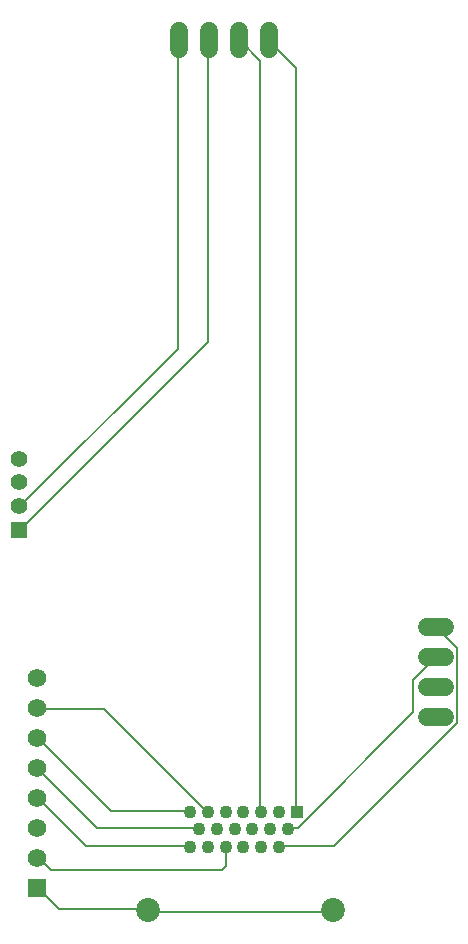
<source format=gbr>
G04 EAGLE Gerber RS-274X export*
G75*
%MOMM*%
%FSLAX34Y34*%
%LPD*%
%INTop Copper*%
%IPPOS*%
%AMOC8*
5,1,8,0,0,1.08239X$1,22.5*%
G01*
G04 Define Apertures*
%ADD10C,1.524000*%
%ADD11C,1.088000*%
%ADD12C,2.025000*%
%ADD13R,1.088000X1.088000*%
%ADD14R,1.560000X1.560000*%
%ADD15C,1.560000*%
%ADD16R,1.408000X1.408000*%
%ADD17C,1.408000*%
%ADD18C,0.152400*%
D10*
X396740Y189400D02*
X381500Y189400D01*
X381500Y214800D02*
X396740Y214800D01*
X396740Y240200D02*
X381500Y240200D01*
X381500Y265600D02*
X396740Y265600D01*
D11*
X226434Y79570D03*
X241434Y79570D03*
X256434Y79570D03*
X211434Y79570D03*
X196434Y79570D03*
X181434Y79570D03*
X233934Y94570D03*
X248934Y94570D03*
X263934Y94570D03*
X218934Y94570D03*
X203934Y94570D03*
X188934Y94570D03*
X226434Y109570D03*
X241434Y109570D03*
X256434Y109570D03*
X211434Y109570D03*
X196434Y109570D03*
X181434Y109570D03*
D12*
X145434Y26570D03*
X302434Y26570D03*
D13*
X271434Y109570D03*
D14*
X51860Y44700D03*
D15*
X51860Y70100D03*
X51860Y95500D03*
X51860Y120900D03*
X51860Y146300D03*
X51860Y171700D03*
X51860Y197100D03*
X51860Y222500D03*
D10*
X172100Y754880D02*
X172100Y770120D01*
X197500Y770120D02*
X197500Y754880D01*
X222900Y754880D02*
X222900Y770120D01*
X248300Y770120D02*
X248300Y754880D01*
D16*
X36800Y348300D03*
D17*
X36800Y368300D03*
X36800Y388300D03*
X36800Y408300D03*
D18*
X170688Y501396D02*
X170688Y762000D01*
X170688Y501396D02*
X38100Y368808D01*
X170688Y762000D02*
X172100Y762500D01*
X38100Y368808D02*
X36800Y368300D01*
X196596Y507492D02*
X196596Y762000D01*
X196596Y507492D02*
X38100Y348996D01*
X196596Y762000D02*
X197500Y762500D01*
X38100Y348996D02*
X36800Y348300D01*
X70104Y27432D02*
X144780Y27432D01*
X70104Y27432D02*
X53340Y44196D01*
X144780Y27432D02*
X145434Y26570D01*
X53340Y44196D02*
X51860Y44700D01*
X145434Y26570D02*
X147106Y24898D01*
X300762Y24898D01*
X302434Y26570D01*
X303276Y80772D02*
X257556Y80772D01*
X303276Y80772D02*
X406908Y184404D01*
X406908Y248412D01*
X390144Y265176D01*
X257556Y80772D02*
X256434Y79570D01*
X389120Y265600D02*
X390144Y265176D01*
X272796Y96012D02*
X265176Y96012D01*
X272796Y96012D02*
X370332Y193548D01*
X370332Y220980D01*
X388620Y239268D01*
X265176Y96012D02*
X263934Y94570D01*
X388620Y239268D02*
X389120Y240200D01*
X195072Y109728D02*
X108204Y196596D01*
X53340Y196596D01*
X195072Y109728D02*
X196434Y109570D01*
X53340Y196596D02*
X51860Y197100D01*
X114300Y109728D02*
X181356Y109728D01*
X114300Y109728D02*
X53340Y170688D01*
X181356Y109728D02*
X181434Y109570D01*
X53340Y170688D02*
X51860Y171700D01*
X102108Y96012D02*
X187452Y96012D01*
X102108Y96012D02*
X53340Y144780D01*
X187452Y96012D02*
X188934Y94570D01*
X53340Y144780D02*
X51860Y146300D01*
X92964Y80772D02*
X181356Y80772D01*
X92964Y80772D02*
X53340Y120396D01*
X181356Y80772D02*
X181434Y79570D01*
X53340Y120396D02*
X51860Y120900D01*
X211434Y79570D02*
X211434Y63418D01*
X208120Y60104D01*
X63340Y60104D01*
X53340Y70104D01*
X51860Y70100D01*
X240792Y109728D02*
X240792Y745236D01*
X224028Y762000D01*
X240792Y109728D02*
X241434Y109570D01*
X224028Y762000D02*
X222900Y762500D01*
X271272Y739140D02*
X271272Y109728D01*
X271272Y739140D02*
X248412Y762000D01*
X271272Y109728D02*
X271434Y109570D01*
X248412Y762000D02*
X248300Y762500D01*
M02*

</source>
